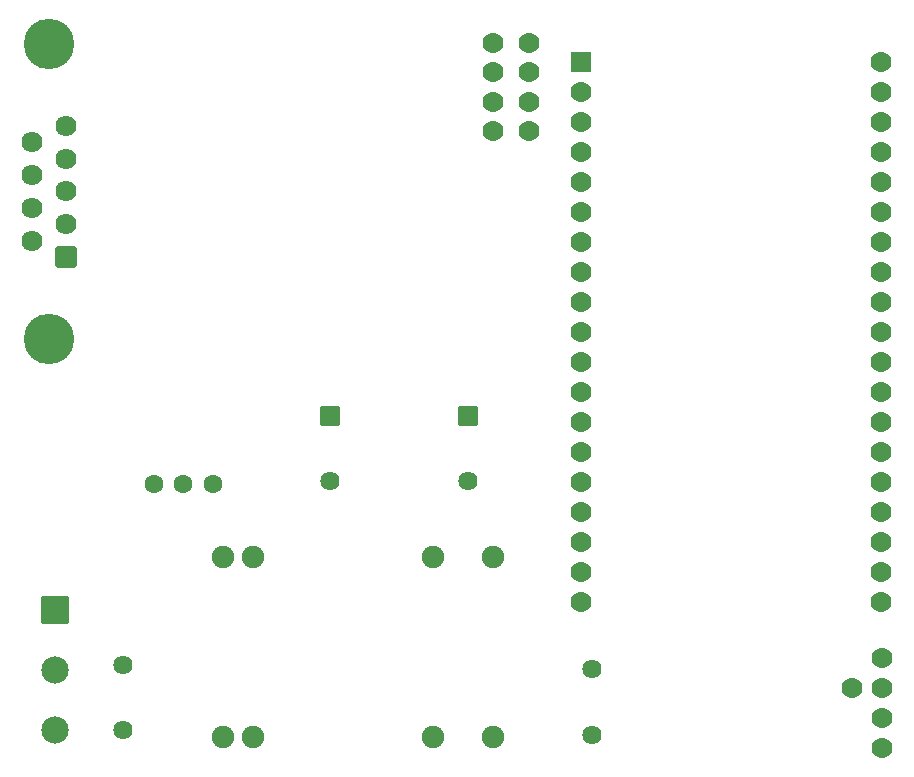
<source format=gbr>
%TF.GenerationSoftware,KiCad,Pcbnew,9.0.0*%
%TF.CreationDate,2025-06-18T07:15:52-06:00*%
%TF.ProjectId,schematic_Mk2.1,73636865-6d61-4746-9963-5f4d6b322e31,rev?*%
%TF.SameCoordinates,Original*%
%TF.FileFunction,Soldermask,Top*%
%TF.FilePolarity,Negative*%
%FSLAX46Y46*%
G04 Gerber Fmt 4.6, Leading zero omitted, Abs format (unit mm)*
G04 Created by KiCad (PCBNEW 9.0.0) date 2025-06-18 07:15:52*
%MOMM*%
%LPD*%
G01*
G04 APERTURE LIST*
G04 Aperture macros list*
%AMRoundRect*
0 Rectangle with rounded corners*
0 $1 Rounding radius*
0 $2 $3 $4 $5 $6 $7 $8 $9 X,Y pos of 4 corners*
0 Add a 4 corners polygon primitive as box body*
4,1,4,$2,$3,$4,$5,$6,$7,$8,$9,$2,$3,0*
0 Add four circle primitives for the rounded corners*
1,1,$1+$1,$2,$3*
1,1,$1+$1,$4,$5*
1,1,$1+$1,$6,$7*
1,1,$1+$1,$8,$9*
0 Add four rect primitives between the rounded corners*
20,1,$1+$1,$2,$3,$4,$5,0*
20,1,$1+$1,$4,$5,$6,$7,0*
20,1,$1+$1,$6,$7,$8,$9,0*
20,1,$1+$1,$8,$9,$2,$3,0*%
G04 Aperture macros list end*
%ADD10C,1.764000*%
%ADD11C,1.600200*%
%ADD12C,1.774000*%
%ADD13RoundRect,0.102000X-0.780000X-0.780000X0.780000X-0.780000X0.780000X0.780000X-0.780000X0.780000X0*%
%ADD14C,1.779000*%
%ADD15RoundRect,0.102000X-0.787500X0.787500X-0.787500X-0.787500X0.787500X-0.787500X0.787500X0.787500X0*%
%ADD16C,4.270000*%
%ADD17C,1.625600*%
%ADD18RoundRect,0.050800X-0.762000X0.762000X-0.762000X-0.762000X0.762000X-0.762000X0.762000X0.762000X0*%
%ADD19RoundRect,0.102000X-1.050000X1.050000X-1.050000X-1.050000X1.050000X-1.050000X1.050000X1.050000X0*%
%ADD20C,2.304000*%
%ADD21C,1.904000*%
G04 APERTURE END LIST*
D10*
%TO.C,J5*%
X142800000Y-68900000D03*
X145900000Y-68900000D03*
X142800000Y-66400000D03*
X145900000Y-66400000D03*
X142800000Y-63900000D03*
X145900000Y-63900000D03*
X142800000Y-61400000D03*
X145900000Y-61400000D03*
%TD*%
D11*
%TO.C,J4*%
X119104900Y-98745100D03*
X116604900Y-98745100D03*
X114104900Y-98745100D03*
%TD*%
D12*
%TO.C,S1*%
X175750000Y-113509150D03*
X175750000Y-116049150D03*
X175750000Y-118589150D03*
X175750000Y-121129150D03*
X173210000Y-116049150D03*
%TD*%
D13*
%TO.C,U1*%
X150250000Y-63029150D03*
D10*
X150250000Y-65569150D03*
X150250000Y-68109150D03*
X150250000Y-70649150D03*
X150250000Y-73189150D03*
X150250000Y-75729150D03*
X150250000Y-78269150D03*
X150250000Y-80809150D03*
X150250000Y-83349150D03*
X150250000Y-85889150D03*
X150250000Y-88429150D03*
X150250000Y-90969150D03*
X150250000Y-93509150D03*
X150250000Y-96049150D03*
X150250000Y-98589150D03*
X150250000Y-101129150D03*
X150250000Y-103669150D03*
X150250000Y-106209150D03*
X150250000Y-108749150D03*
X175650000Y-63029150D03*
X175650000Y-65569150D03*
X175650000Y-68109150D03*
X175650000Y-70649150D03*
X175650000Y-73189150D03*
X175650000Y-75729150D03*
X175650000Y-78269150D03*
X175650000Y-80809150D03*
X175650000Y-83349150D03*
X175650000Y-85889150D03*
X175650000Y-88429150D03*
X175650000Y-90969150D03*
X175650000Y-93509150D03*
X175650000Y-96049150D03*
X175650000Y-98589150D03*
X175650000Y-101129150D03*
X175650000Y-103669150D03*
X175650000Y-106209150D03*
X175650000Y-108749150D03*
%TD*%
D14*
%TO.C,J1*%
X106670000Y-68465000D03*
X106670000Y-71235000D03*
D15*
X106670000Y-79545000D03*
D14*
X106670000Y-76775000D03*
X106670000Y-74005000D03*
X103830000Y-78160000D03*
X103830000Y-75390000D03*
X103830000Y-72620000D03*
X103830000Y-69850000D03*
D16*
X105250000Y-61510000D03*
X105250000Y-86500000D03*
%TD*%
D17*
%TO.C,RF2*%
X151210000Y-119989150D03*
X151210000Y-114477350D03*
%TD*%
%TO.C,RF1*%
X111550000Y-114061700D03*
X111550000Y-119573500D03*
%TD*%
D18*
%TO.C,C2*%
X140750000Y-93000000D03*
D17*
X140750000Y-98511800D03*
%TD*%
D19*
%TO.C,J2*%
X105725000Y-109415000D03*
D20*
X105725000Y-114495000D03*
X105725000Y-119575000D03*
%TD*%
D18*
%TO.C,C1*%
X129000000Y-93000000D03*
D17*
X129000000Y-98511800D03*
%TD*%
D21*
%TO.C,PS1*%
X119970000Y-104969150D03*
X122510000Y-104969150D03*
X122510000Y-120209150D03*
X119970000Y-120209150D03*
X137750000Y-120209150D03*
X142830000Y-120209150D03*
X142830000Y-104969150D03*
X137750000Y-104969150D03*
%TD*%
M02*

</source>
